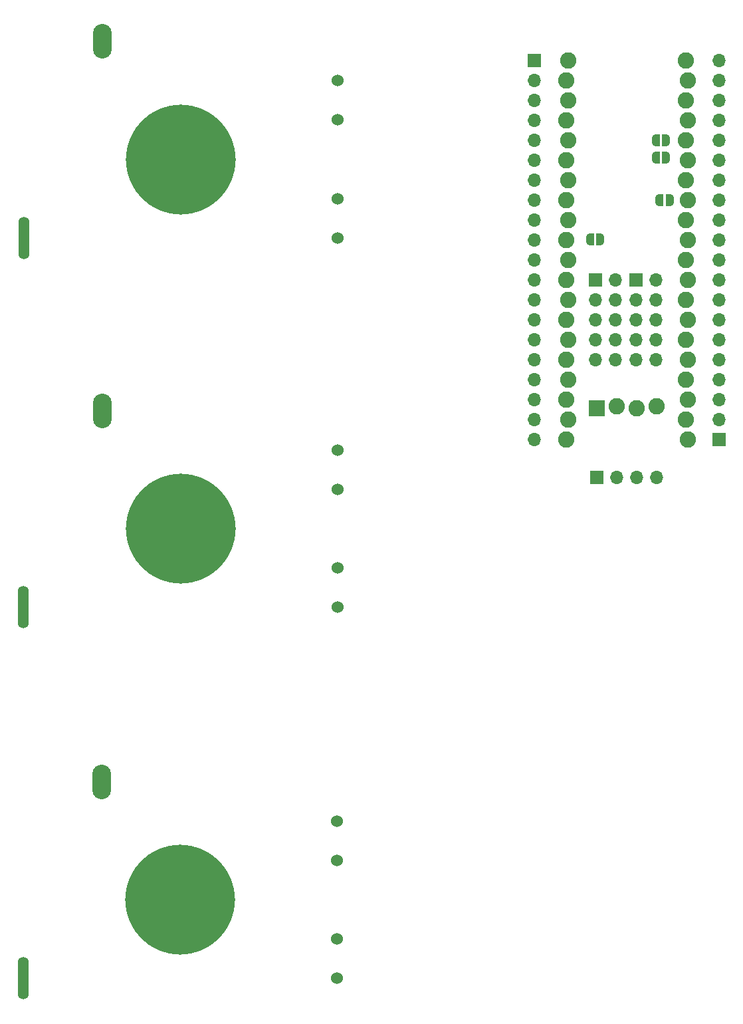
<source format=gbr>
%TF.GenerationSoftware,KiCad,Pcbnew,(6.0.4-0)*%
%TF.CreationDate,2022-06-27T16:54:41+01:00*%
%TF.ProjectId,isoBig,69736f42-6967-42e6-9b69-6361645f7063,rev?*%
%TF.SameCoordinates,Original*%
%TF.FileFunction,Soldermask,Top*%
%TF.FilePolarity,Negative*%
%FSLAX46Y46*%
G04 Gerber Fmt 4.6, Leading zero omitted, Abs format (unit mm)*
G04 Created by KiCad (PCBNEW (6.0.4-0)) date 2022-06-27 16:54:41*
%MOMM*%
%LPD*%
G01*
G04 APERTURE LIST*
G04 Aperture macros list*
%AMRoundRect*
0 Rectangle with rounded corners*
0 $1 Rounding radius*
0 $2 $3 $4 $5 $6 $7 $8 $9 X,Y pos of 4 corners*
0 Add a 4 corners polygon primitive as box body*
4,1,4,$2,$3,$4,$5,$6,$7,$8,$9,$2,$3,0*
0 Add four circle primitives for the rounded corners*
1,1,$1+$1,$2,$3*
1,1,$1+$1,$4,$5*
1,1,$1+$1,$6,$7*
1,1,$1+$1,$8,$9*
0 Add four rect primitives between the rounded corners*
20,1,$1+$1,$2,$3,$4,$5,0*
20,1,$1+$1,$4,$5,$6,$7,0*
20,1,$1+$1,$6,$7,$8,$9,0*
20,1,$1+$1,$8,$9,$2,$3,0*%
%AMFreePoly0*
4,1,22,0.500000,-0.750000,0.000000,-0.750000,0.000000,-0.745033,-0.079941,-0.743568,-0.215256,-0.701293,-0.333266,-0.622738,-0.424486,-0.514219,-0.481581,-0.384460,-0.499164,-0.250000,-0.500000,-0.250000,-0.500000,0.250000,-0.499164,0.250000,-0.499963,0.256109,-0.478152,0.396186,-0.417904,0.524511,-0.324060,0.630769,-0.204165,0.706417,-0.067858,0.745374,0.000000,0.744959,0.000000,0.750000,
0.500000,0.750000,0.500000,-0.750000,0.500000,-0.750000,$1*%
%AMFreePoly1*
4,1,20,0.000000,0.744959,0.073905,0.744508,0.209726,0.703889,0.328688,0.626782,0.421226,0.519385,0.479903,0.390333,0.500000,0.250000,0.500000,-0.250000,0.499851,-0.262216,0.476331,-0.402017,0.414519,-0.529596,0.319384,-0.634700,0.198574,-0.708877,0.061801,-0.746166,0.000000,-0.745033,0.000000,-0.750000,-0.500000,-0.750000,-0.500000,0.750000,0.000000,0.750000,0.000000,0.744959,
0.000000,0.744959,$1*%
G04 Aperture macros list end*
%ADD10C,2.082800*%
%ADD11RoundRect,0.101600X0.939800X-0.939800X0.939800X0.939800X-0.939800X0.939800X-0.939800X-0.939800X0*%
%ADD12FreePoly0,0.000000*%
%ADD13FreePoly1,0.000000*%
%ADD14R,1.700000X1.700000*%
%ADD15O,1.700000X1.700000*%
%ADD16FreePoly0,180.000000*%
%ADD17FreePoly1,180.000000*%
%ADD18C,14.000000*%
%ADD19O,2.400000X4.400000*%
%ADD20O,1.400000X5.400000*%
%ADD21C,1.524000*%
G04 APERTURE END LIST*
D10*
%TO.C, *%
X128532000Y-44000000D03*
X128278000Y-46540000D03*
X128532000Y-49080000D03*
X128278000Y-51620000D03*
X128532000Y-54160000D03*
X128278000Y-56700000D03*
X128532000Y-59240000D03*
X128278000Y-61780000D03*
X128532000Y-64320000D03*
X128278000Y-66860000D03*
X128532000Y-69400000D03*
X128278000Y-71940000D03*
X128532000Y-74480000D03*
X128278000Y-77020000D03*
X128532000Y-79560000D03*
X128278000Y-82100000D03*
X128532000Y-84640000D03*
X128278000Y-87180000D03*
X128532000Y-89720000D03*
X128278000Y-92260000D03*
X143772000Y-92260000D03*
X143518000Y-89720000D03*
X143772000Y-87180000D03*
X143518000Y-84640000D03*
X143772000Y-82100000D03*
X143518000Y-79560000D03*
X143772000Y-77020000D03*
X143518000Y-74480000D03*
X143772000Y-71940000D03*
X143518000Y-69400000D03*
X143772000Y-66860000D03*
X143518000Y-64320000D03*
X143772000Y-61780000D03*
X143518000Y-59240000D03*
X143772000Y-56700000D03*
X143518000Y-54160000D03*
X143772000Y-51620000D03*
X143518000Y-49080000D03*
X143772000Y-46540000D03*
X143518000Y-44000000D03*
D11*
X132215000Y-88277000D03*
D10*
X134755000Y-88023000D03*
X137295000Y-88277000D03*
X139835000Y-88023000D03*
%TD*%
D12*
%TO.C, *%
X139725000Y-56425000D03*
D13*
X141025000Y-56425000D03*
%TD*%
D14*
%TO.C,J1*%
X147775000Y-92250000D03*
D15*
X147775000Y-89710000D03*
X147775000Y-87170000D03*
X147775000Y-84630000D03*
X147775000Y-82090000D03*
X147775000Y-79550000D03*
X147775000Y-77010000D03*
X147775000Y-74470000D03*
X147775000Y-71930000D03*
X147775000Y-69390000D03*
X147775000Y-66850000D03*
X147775000Y-64310000D03*
X147775000Y-61770000D03*
X147775000Y-59230000D03*
X147775000Y-56690000D03*
X147775000Y-54150000D03*
X147775000Y-51610000D03*
X147775000Y-49070000D03*
X147775000Y-46530000D03*
X147775000Y-43990000D03*
%TD*%
D16*
%TO.C, *%
X141025000Y-54225000D03*
D17*
X139725000Y-54225000D03*
%TD*%
D12*
%TO.C, *%
X140175000Y-61800000D03*
D13*
X141475000Y-61800000D03*
%TD*%
D14*
%TO.C,J3*%
X124225000Y-44000000D03*
D15*
X124225000Y-46540000D03*
X124225000Y-49080000D03*
X124225000Y-51620000D03*
X124225000Y-54160000D03*
X124225000Y-56700000D03*
X124225000Y-59240000D03*
X124225000Y-61780000D03*
X124225000Y-64320000D03*
X124225000Y-66860000D03*
X124225000Y-69400000D03*
X124225000Y-71940000D03*
X124225000Y-74480000D03*
X124225000Y-77020000D03*
X124225000Y-79560000D03*
X124225000Y-82100000D03*
X124225000Y-84640000D03*
X124225000Y-87180000D03*
X124225000Y-89720000D03*
X124225000Y-92260000D03*
%TD*%
D14*
%TO.C,J2*%
X132210000Y-97100000D03*
D15*
X134750000Y-97100000D03*
X137290000Y-97100000D03*
X139830000Y-97100000D03*
%TD*%
D12*
%TO.C, *%
X131325000Y-66825000D03*
D13*
X132625000Y-66825000D03*
%TD*%
D14*
%TO.C,  *%
X137200000Y-71950000D03*
D15*
X139740000Y-71950000D03*
X137200000Y-74490000D03*
X139740000Y-74490000D03*
X137200000Y-77030000D03*
X139740000Y-77030000D03*
X137200000Y-79570000D03*
X139740000Y-79570000D03*
X137200000Y-82110000D03*
X139740000Y-82110000D03*
%TD*%
D14*
%TO.C, *%
X132050000Y-71950000D03*
D15*
X134590000Y-71950000D03*
X132050000Y-74490000D03*
X134590000Y-74490000D03*
X132050000Y-77030000D03*
X134590000Y-77030000D03*
X132050000Y-79570000D03*
X134590000Y-79570000D03*
X132050000Y-82110000D03*
X134590000Y-82110000D03*
%TD*%
D18*
%TO.C, *%
X79175000Y-103650000D03*
D19*
X69175000Y-88650000D03*
D20*
X59175000Y-113650000D03*
D21*
X99175000Y-113650000D03*
X99175000Y-108650000D03*
X99175000Y-98650000D03*
X99175000Y-93650000D03*
%TD*%
D18*
%TO.C, *%
X79200000Y-56600000D03*
D19*
X69200000Y-41600000D03*
D20*
X59200000Y-66600000D03*
D21*
X99200000Y-66600000D03*
X99200000Y-61600000D03*
X99200000Y-51600000D03*
X99200000Y-46600000D03*
%TD*%
D18*
%TO.C, *%
X79125000Y-150900000D03*
D19*
X69125000Y-135900000D03*
D20*
X59125000Y-160900000D03*
D21*
X99125000Y-160900000D03*
X99125000Y-155900000D03*
X99125000Y-145900000D03*
X99125000Y-140900000D03*
%TD*%
M02*

</source>
